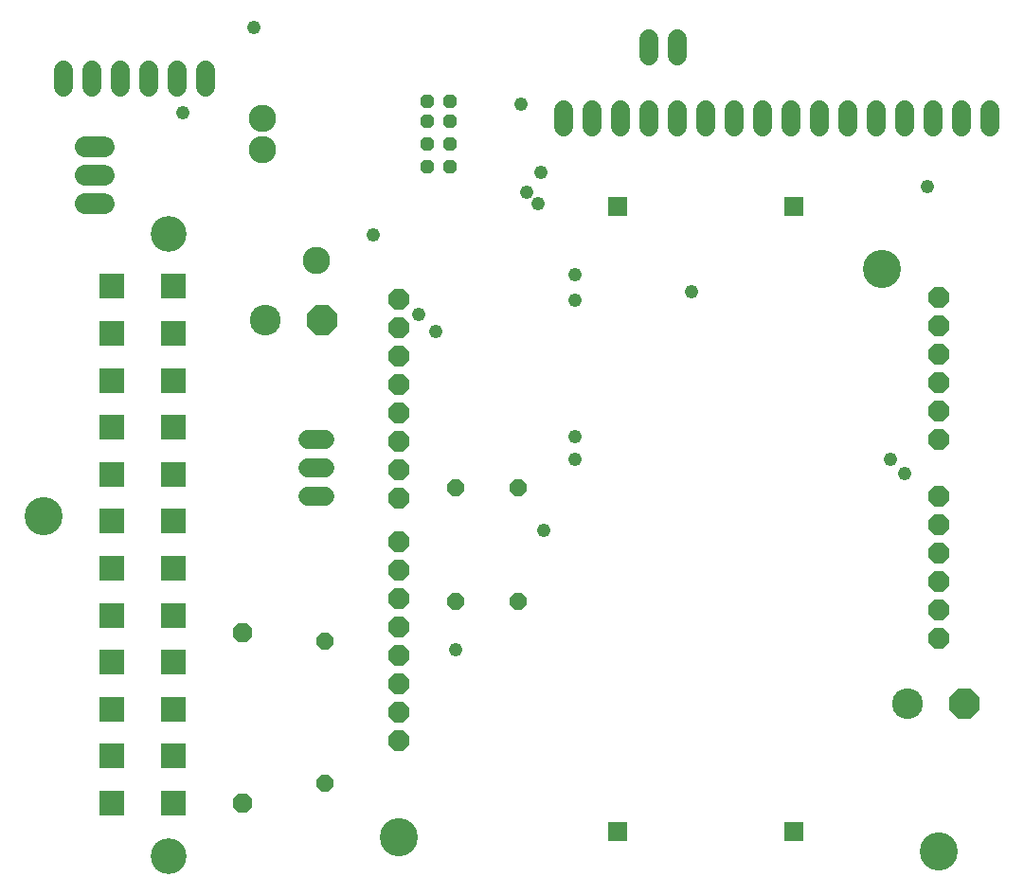
<source format=gbs>
G75*
G70*
%OFA0B0*%
%FSLAX24Y24*%
%IPPOS*%
%LPD*%
%AMOC8*
5,1,8,0,0,1.08239X$1,22.5*
%
%ADD10C,0.1340*%
%ADD11C,0.0680*%
%ADD12R,0.0674X0.0674*%
%ADD13OC8,0.0680*%
%ADD14R,0.0907X0.0907*%
%ADD15C,0.1261*%
%ADD16C,0.0674*%
%ADD17OC8,0.0600*%
%ADD18C,0.1080*%
%ADD19OC8,0.1080*%
%ADD20OC8,0.0740*%
%ADD21C,0.0740*%
%ADD22C,0.0966*%
%ADD23C,0.0480*%
%ADD24OC8,0.0476*%
D10*
X013619Y008910D03*
X001101Y020206D03*
X030619Y028910D03*
X032619Y008410D03*
D11*
X032401Y033906D02*
X032401Y034506D01*
X033401Y034506D02*
X033401Y033906D01*
X034401Y033906D02*
X034401Y034506D01*
X031401Y034506D02*
X031401Y033906D01*
X030401Y033906D02*
X030401Y034506D01*
X029401Y034506D02*
X029401Y033906D01*
X028401Y033906D02*
X028401Y034506D01*
X027401Y034506D02*
X027401Y033906D01*
X026401Y033906D02*
X026401Y034506D01*
X025401Y034506D02*
X025401Y033906D01*
X024401Y033906D02*
X024401Y034506D01*
X023401Y034506D02*
X023401Y033906D01*
X022401Y033906D02*
X022401Y034506D01*
X021401Y034506D02*
X021401Y033906D01*
X020401Y033906D02*
X020401Y034506D01*
X019401Y034506D02*
X019401Y033906D01*
X006801Y035306D02*
X006801Y035906D01*
X005801Y035906D02*
X005801Y035306D01*
X004801Y035306D02*
X004801Y035906D01*
X003801Y035906D02*
X003801Y035306D01*
X002801Y035306D02*
X002801Y035906D01*
X001801Y035906D02*
X001801Y035306D01*
D12*
X021301Y031106D03*
X027501Y031106D03*
X027501Y009106D03*
X021301Y009106D03*
D13*
X008101Y010106D03*
X008101Y016106D03*
D14*
X005683Y016726D03*
X005683Y015072D03*
X005683Y013419D03*
X005683Y011765D03*
X005683Y010112D03*
X003518Y010112D03*
X003518Y011765D03*
X003518Y013419D03*
X003518Y015072D03*
X003518Y016726D03*
X003518Y018380D03*
X003518Y020033D03*
X003518Y021687D03*
X003518Y023340D03*
X003518Y024994D03*
X003518Y026647D03*
X003518Y028301D03*
X005683Y028301D03*
X005683Y026647D03*
X005683Y024994D03*
X005683Y023340D03*
X005683Y021687D03*
X005683Y020033D03*
X005683Y018380D03*
D15*
X005502Y008261D03*
X005502Y030151D03*
D16*
X010404Y022906D02*
X010998Y022906D01*
X010998Y021906D02*
X010404Y021906D01*
X010404Y020906D02*
X010998Y020906D01*
X022401Y036409D02*
X022401Y037003D01*
X023401Y037003D02*
X023401Y036409D01*
D17*
X017801Y021206D03*
X015601Y021206D03*
X015601Y017206D03*
X017801Y017206D03*
X011001Y015806D03*
X011001Y010806D03*
D18*
X008901Y027106D03*
X031501Y013606D03*
D19*
X033501Y013606D03*
X010901Y027106D03*
D20*
X013601Y026856D03*
X013601Y027856D03*
X013601Y025856D03*
X013601Y024856D03*
X013601Y023856D03*
X013601Y022856D03*
X013601Y021856D03*
X013601Y020856D03*
X013601Y019306D03*
X013601Y018306D03*
X013601Y017306D03*
X013601Y016306D03*
X013601Y015306D03*
X013601Y014306D03*
X013601Y013306D03*
X013601Y012306D03*
X032601Y015906D03*
X032601Y016906D03*
X032601Y017906D03*
X032601Y018906D03*
X032601Y019906D03*
X032601Y020906D03*
X032601Y022906D03*
X032601Y023906D03*
X032601Y024906D03*
X032601Y025906D03*
X032601Y026906D03*
X032601Y027906D03*
D21*
X003231Y031206D02*
X002571Y031206D01*
X002571Y032206D02*
X003231Y032206D01*
X003231Y033206D02*
X002571Y033206D01*
D22*
X008801Y033106D03*
X008801Y034206D03*
X010701Y029206D03*
D23*
X012701Y030106D03*
X014301Y027306D03*
X014901Y026706D03*
X018501Y031206D03*
X018101Y031606D03*
X018601Y032306D03*
X017901Y034706D03*
X019801Y028706D03*
X019801Y027806D03*
X023901Y028106D03*
X019801Y023006D03*
X019801Y022206D03*
X018701Y019706D03*
X015601Y015506D03*
X030901Y022206D03*
X031401Y021706D03*
X032201Y031806D03*
X008501Y037406D03*
X006001Y034406D03*
D24*
X014601Y034106D03*
X014601Y034806D03*
X014601Y034806D03*
X015401Y034806D03*
X015401Y034106D03*
X015401Y033306D03*
X015401Y032506D03*
X014601Y032506D03*
X014601Y033306D03*
M02*

</source>
